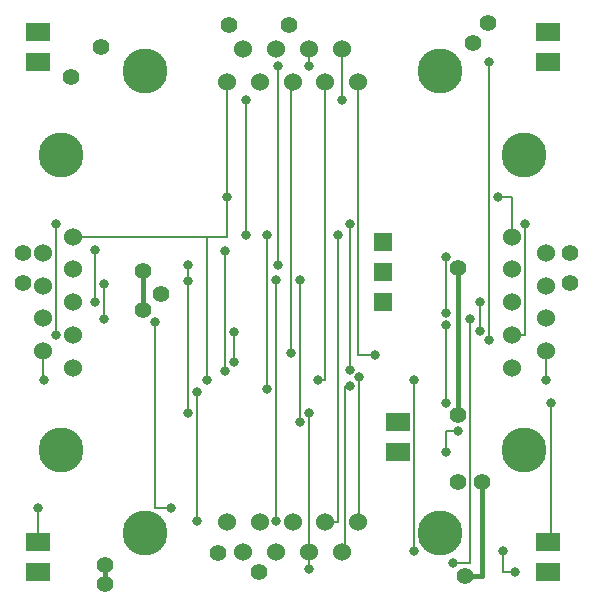
<source format=gbl>
G04 This is an RS-274x file exported by *
G04 gerbv version 2.6.1 *
G04 More information is available about gerbv at *
G04 http://gerbv.geda-project.org/ *
G04 --End of header info--*
%MOIN*%
%FSLAX34Y34*%
%IPPOS*%
G04 --Define apertures--*
%ADD10C,0.0600*%
%ADD11R,0.0600X0.0600*%
%ADD12C,0.0560*%
%ADD13C,0.1500*%
%ADD14C,0.0150*%
%ADD15R,0.0800X0.0600*%
%ADD16C,0.0320*%
%ADD17C,0.0080*%
G04 --Start main section--*
G54D10*
G01X0001700Y0008544D03*
G01X0001700Y0009635D03*
G01X0001700Y0010725D03*
G01X0001700Y0011816D03*
G01X0002700Y0007999D03*
G01X0002700Y0009089D03*
G01X0002700Y0010180D03*
G01X0002700Y0011271D03*
G01X0002700Y0012361D03*
G01X0007844Y0002855D03*
G01X0007844Y0017505D03*
G01X0008389Y0001855D03*
G01X0008389Y0018620D03*
G01X0008934Y0002855D03*
G01X0008934Y0017505D03*
G01X0009480Y0001855D03*
G01X0009480Y0018620D03*
G01X0010025Y0002855D03*
G01X0010025Y0017505D03*
G01X0010570Y0001855D03*
G01X0010570Y0018620D03*
G01X0011116Y0002855D03*
G01X0011116Y0017505D03*
G01X0011661Y0001855D03*
G01X0011661Y0018620D03*
G01X0012206Y0002855D03*
G01X0012206Y0017505D03*
G01X0017350Y0007999D03*
G01X0017350Y0009089D03*
G01X0017350Y0010180D03*
G01X0017350Y0011271D03*
G01X0017350Y0012361D03*
G01X0018465Y0008544D03*
G01X0018465Y0009635D03*
G01X0018465Y0010725D03*
G01X0018465Y0011816D03*
G54D11*
G01X0013025Y0010180D03*
G01X0013025Y0011180D03*
G01X0013025Y0012180D03*
G54D12*
G01X0001025Y0010805D03*
G01X0001025Y0011805D03*
G01X0002650Y0017680D03*
G01X0003650Y0018680D03*
G01X0003775Y0000780D03*
G01X0003775Y0001430D03*
G01X0005025Y0009930D03*
G01X0005025Y0011230D03*
G01X0005650Y0010435D03*
G01X0007525Y0001805D03*
G01X0007900Y0019430D03*
G01X0008900Y0001180D03*
G01X0009900Y0019430D03*
G01X0015525Y0004180D03*
G01X0015525Y0006430D03*
G01X0015525Y0011330D03*
G01X0015775Y0001055D03*
G01X0016025Y0018805D03*
G01X0016325Y0004180D03*
G01X0016525Y0019480D03*
G01X0019275Y0010805D03*
G01X0019275Y0011805D03*
G54D14*
G01X0003775Y0001430D02*
G01X0003775Y0000780D01*
G01X0005025Y0011230D02*
G01X0005025Y0009930D01*
G01X0015525Y0011330D02*
G01X0015525Y0006430D01*
G01X0016325Y0004180D02*
G01X0016325Y0001055D01*
G01X0016325Y0001055D02*
G01X0015775Y0001055D01*
G54D13*
G01X0002315Y0005260D03*
G01X0002315Y0015100D03*
G01X0005105Y0002470D03*
G01X0005105Y0017890D03*
G01X0014945Y0002470D03*
G01X0014945Y0017890D03*
G01X0017735Y0005260D03*
G01X0017735Y0015100D03*
G54D15*
G01X0001525Y0001180D03*
G01X0001525Y0002180D03*
G01X0001525Y0018180D03*
G01X0001525Y0019180D03*
G01X0013525Y0005180D03*
G01X0013525Y0006180D03*
G01X0018525Y0001180D03*
G01X0018525Y0002180D03*
G01X0018525Y0018180D03*
G01X0018525Y0019180D03*
G54D16*
G01X0001525Y0003330D03*
G01X0001725Y0007580D03*
G01X0002125Y0009080D03*
G01X0002125Y0012780D03*
G01X0003425Y0010180D03*
G01X0003425Y0011930D03*
G01X0003725Y0009630D03*
G01X0003725Y0010780D03*
G01X0005425Y0009530D03*
G01X0005975Y0003330D03*
G01X0006525Y0006480D03*
G01X0006525Y0010880D03*
G01X0006525Y0011430D03*
G01X0006825Y0002880D03*
G01X0006825Y0007180D03*
G01X0007175Y0007580D03*
G01X0007775Y0007880D03*
G01X0007775Y0011880D03*
G01X0007825Y0013680D03*
G01X0008075Y0008180D03*
G01X0008075Y0009180D03*
G01X0008475Y0012430D03*
G01X0008475Y0016930D03*
G01X0009175Y0007280D03*
G01X0009175Y0012430D03*
G01X0009475Y0002880D03*
G01X0009475Y0010930D03*
G01X0009525Y0011430D03*
G01X0009525Y0018055D03*
G01X0009975Y0008480D03*
G01X0010275Y0006180D03*
G01X0010275Y0010930D03*
G01X0010570Y0006480D03*
G01X0010575Y0001280D03*
G01X0010575Y0018055D03*
G01X0010875Y0007580D03*
G01X0011525Y0012430D03*
G01X0011675Y0016930D03*
G01X0011925Y0007380D03*
G01X0011925Y0007930D03*
G01X0011925Y0012780D03*
G01X0012225Y0007680D03*
G01X0012775Y0008430D03*
G01X0014075Y0001880D03*
G01X0014075Y0007580D03*
G01X0015125Y0005180D03*
G01X0015125Y0006830D03*
G01X0015125Y0009430D03*
G01X0015125Y0009830D03*
G01X0015125Y0011680D03*
G01X0015375Y0001480D03*
G01X0015525Y0005880D03*
G01X0015925Y0009630D03*
G01X0016275Y0009230D03*
G01X0016275Y0010180D03*
G01X0016575Y0008930D03*
G01X0016575Y0018180D03*
G01X0016875Y0013680D03*
G01X0017025Y0001880D03*
G01X0017425Y0001180D03*
G01X0017775Y0012780D03*
G01X0018475Y0007580D03*
G01X0018625Y0006830D03*
G54D17*
G01X0001525Y0003330D02*
G01X0001525Y0002180D01*
G01X0001725Y0007580D02*
G01X0001700Y0007580D01*
G01X0001700Y0007580D02*
G01X0001700Y0008544D01*
G01X0002125Y0009080D02*
G01X0002125Y0012780D01*
G01X0003425Y0011930D02*
G01X0003425Y0010180D01*
G01X0003725Y0010780D02*
G01X0003725Y0009630D01*
G01X0005425Y0009530D02*
G01X0005425Y0003330D01*
G01X0005425Y0003330D02*
G01X0005975Y0003330D01*
G01X0006525Y0010880D02*
G01X0006525Y0006480D01*
G01X0006525Y0011430D02*
G01X0006525Y0010880D01*
G01X0006825Y0007180D02*
G01X0006825Y0002880D01*
G01X0007175Y0012361D02*
G01X0002700Y0012361D01*
G01X0007175Y0012361D02*
G01X0007175Y0007580D01*
G01X0007175Y0012361D02*
G01X0007844Y0012361D01*
G01X0007844Y0012361D02*
G01X0007844Y0017505D01*
G01X0007775Y0011880D02*
G01X0007775Y0007880D01*
G01X0007825Y0013680D02*
G01X0007825Y0017780D01*
G01X0007825Y0017780D02*
G01X0007844Y0017505D01*
G01X0008075Y0008180D02*
G01X0008075Y0009180D01*
G01X0008475Y0012430D02*
G01X0008475Y0016930D01*
G01X0009175Y0012430D02*
G01X0009175Y0007280D01*
G01X0009475Y0010930D02*
G01X0009475Y0002880D01*
G01X0009525Y0011430D02*
G01X0009525Y0018055D01*
G01X0009975Y0008480D02*
G01X0009975Y0017505D01*
G01X0009975Y0017505D02*
G01X0010025Y0017505D01*
G01X0010275Y0010930D02*
G01X0010275Y0006180D01*
G01X0010570Y0001855D02*
G01X0010575Y0001855D01*
G01X0010575Y0001855D02*
G01X0010575Y0001280D01*
G01X0010570Y0001855D02*
G01X0010570Y0006480D01*
G01X0010575Y0018055D02*
G01X0010575Y0018880D01*
G01X0010575Y0018880D02*
G01X0010570Y0018620D01*
G01X0010875Y0007580D02*
G01X0011116Y0007580D01*
G01X0011116Y0007580D02*
G01X0011116Y0017505D01*
G01X0011525Y0012430D02*
G01X0011525Y0002855D01*
G01X0011525Y0002855D02*
G01X0011116Y0002855D01*
G01X0011675Y0016930D02*
G01X0011675Y0018880D01*
G01X0011675Y0018880D02*
G01X0011661Y0018620D01*
G01X0011925Y0007380D02*
G01X0011775Y0007380D01*
G01X0011775Y0007380D02*
G01X0011775Y0001855D01*
G01X0011775Y0001855D02*
G01X0011661Y0001855D01*
G01X0011925Y0007930D02*
G01X0011925Y0012780D01*
G01X0012225Y0007680D02*
G01X0012225Y0002855D01*
G01X0012225Y0002855D02*
G01X0012206Y0002855D01*
G01X0012775Y0008430D02*
G01X0012206Y0008430D01*
G01X0012206Y0008430D02*
G01X0012206Y0017505D01*
G01X0014075Y0001880D02*
G01X0014075Y0007580D01*
G01X0015125Y0009430D02*
G01X0015125Y0006830D01*
G01X0015125Y0011680D02*
G01X0015125Y0009830D01*
G01X0015375Y0001480D02*
G01X0015925Y0001480D01*
G01X0015925Y0001480D02*
G01X0015925Y0009630D01*
G01X0015525Y0005880D02*
G01X0015125Y0005880D01*
G01X0015125Y0005880D02*
G01X0015125Y0005180D01*
G01X0016275Y0009230D02*
G01X0016275Y0010180D01*
G01X0016575Y0008930D02*
G01X0016575Y0018180D01*
G01X0016875Y0013680D02*
G01X0017350Y0013680D01*
G01X0017350Y0013680D02*
G01X0017350Y0012361D01*
G01X0017425Y0001180D02*
G01X0017025Y0001180D01*
G01X0017025Y0001180D02*
G01X0017025Y0001880D01*
G01X0017775Y0012780D02*
G01X0017775Y0009080D01*
G01X0017775Y0009080D02*
G01X0017375Y0009080D01*
G01X0017375Y0009080D02*
G01X0017350Y0009089D01*
G01X0018475Y0007580D02*
G01X0018475Y0008530D01*
G01X0018475Y0008530D02*
G01X0018465Y0008544D01*
G01X0018625Y0006830D02*
G01X0018625Y0002180D01*
G01X0018625Y0002180D02*
G01X0018525Y0002180D01*
M02*

</source>
